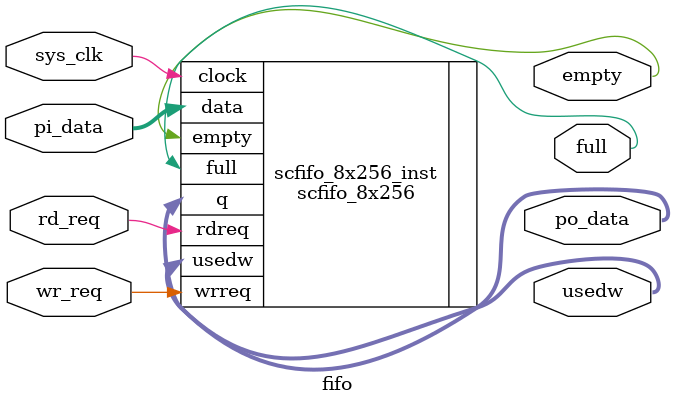
<source format=v>
module  fifo
(
    input   wire            sys_clk     ,
    input   wire    [7:0]   pi_data     ,
    input   wire            rd_req      ,
    input   wire            wr_req      ,

    output  wire            empty       ,
    output  wire            full        ,
    output  wire    [7:0]   po_data     ,
    output  wire    [7:0]   usedw

);

scfifo_8x256    scfifo_8x256_inst
(
    .clock  (sys_clk    ),
    .data   (pi_data    ),
    .rdreq  (rd_req     ),
    .wrreq  (wr_req     ),

    .empty  (empty      ),
    .full   (full       ),
    .q      (po_data    ),
    .usedw  (usedw      )
);





endmodule

</source>
